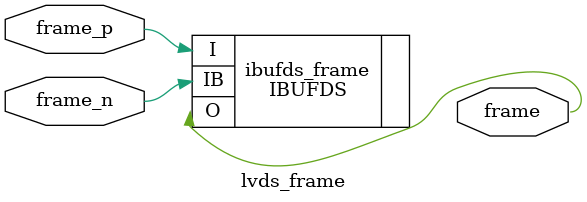
<source format=v>
module lvds_frame #(parameter flip_frame=0) (
	input frame_p,
	input frame_n,
	output frame
);

`ifndef SIMULATE
IBUFDS #(.DIFF_TERM("TRUE")) ibufds_frame(.I(flip_frame ? frame_n : frame_p), .IB(flip_frame ? frame_p : frame_n), .O(frame));
`else
// Does almost nothing except establish some causality,
// and keep yosys from thinking this module is a white box.
assign frame = frame_p ^ flip_frame;
`endif
endmodule

</source>
